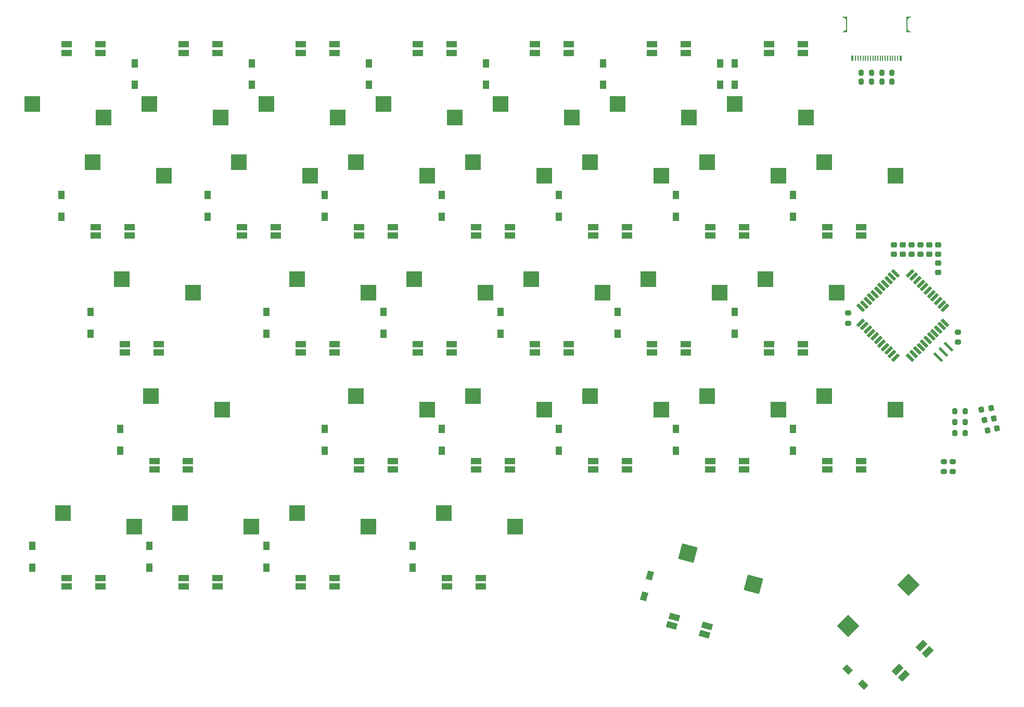
<source format=gbr>
G04 #@! TF.GenerationSoftware,KiCad,Pcbnew,(6.0.8)*
G04 #@! TF.CreationDate,2023-02-18T22:21:53+09:00*
G04 #@! TF.ProjectId,ma8ic_split_69_left,6d613869-635f-4737-906c-69745f36395f,0.1*
G04 #@! TF.SameCoordinates,Original*
G04 #@! TF.FileFunction,Paste,Bot*
G04 #@! TF.FilePolarity,Positive*
%FSLAX46Y46*%
G04 Gerber Fmt 4.6, Leading zero omitted, Abs format (unit mm)*
G04 Created by KiCad (PCBNEW (6.0.8)) date 2023-02-18 22:21:53*
%MOMM*%
%LPD*%
G01*
G04 APERTURE LIST*
G04 Aperture macros list*
%AMRoundRect*
0 Rectangle with rounded corners*
0 $1 Rounding radius*
0 $2 $3 $4 $5 $6 $7 $8 $9 X,Y pos of 4 corners*
0 Add a 4 corners polygon primitive as box body*
4,1,4,$2,$3,$4,$5,$6,$7,$8,$9,$2,$3,0*
0 Add four circle primitives for the rounded corners*
1,1,$1+$1,$2,$3*
1,1,$1+$1,$4,$5*
1,1,$1+$1,$6,$7*
1,1,$1+$1,$8,$9*
0 Add four rect primitives between the rounded corners*
20,1,$1+$1,$2,$3,$4,$5,0*
20,1,$1+$1,$4,$5,$6,$7,0*
20,1,$1+$1,$6,$7,$8,$9,0*
20,1,$1+$1,$8,$9,$2,$3,0*%
%AMRotRect*
0 Rectangle, with rotation*
0 The origin of the aperture is its center*
0 $1 length*
0 $2 width*
0 $3 Rotation angle, in degrees counterclockwise*
0 Add horizontal line*
21,1,$1,$2,0,0,$3*%
G04 Aperture macros list end*
%ADD10C,0.000100*%
%ADD11R,2.600000X2.600000*%
%ADD12RotRect,2.600000X2.600000X45.000000*%
%ADD13RotRect,2.600000X2.600000X345.000000*%
%ADD14R,1.000000X1.400000*%
%ADD15RoundRect,0.225000X0.250000X-0.225000X0.250000X0.225000X-0.250000X0.225000X-0.250000X-0.225000X0*%
%ADD16RoundRect,0.200000X0.200000X0.275000X-0.200000X0.275000X-0.200000X-0.275000X0.200000X-0.275000X0*%
%ADD17R,1.700000X1.000000*%
%ADD18RoundRect,0.218750X-0.170929X-0.290343X0.259924X-0.214371X0.170929X0.290343X-0.259924X0.214371X0*%
%ADD19R,0.230000X0.850000*%
%ADD20R,0.460000X0.850000*%
%ADD21RoundRect,0.200000X0.275000X-0.200000X0.275000X0.200000X-0.275000X0.200000X-0.275000X-0.200000X0*%
%ADD22RotRect,1.700000X1.000000X165.000000*%
%ADD23RoundRect,0.200000X-0.275000X0.200000X-0.275000X-0.200000X0.275000X-0.200000X0.275000X0.200000X0*%
%ADD24RotRect,1.400000X1.000000X135.000000*%
%ADD25RotRect,0.400000X1.900000X45.000000*%
%ADD26RoundRect,0.200000X-0.200000X-0.275000X0.200000X-0.275000X0.200000X0.275000X-0.200000X0.275000X0*%
%ADD27RoundRect,0.225000X-0.250000X0.225000X-0.250000X-0.225000X0.250000X-0.225000X0.250000X0.225000X0*%
%ADD28RotRect,1.500000X0.550000X225.000000*%
%ADD29RotRect,1.500000X0.550000X135.000000*%
%ADD30RotRect,1.700000X1.000000X225.000000*%
%ADD31RotRect,1.400000X1.000000X75.000000*%
G04 APERTURE END LIST*
G04 #@! TO.C,J1*
G36*
X194114000Y-31166732D02*
G01*
X194082000Y-31168732D01*
X194051000Y-31172732D01*
X194020000Y-31178732D01*
X193990000Y-31185732D01*
X193960000Y-31194732D01*
X193930000Y-31205732D01*
X193901000Y-31217732D01*
X193873000Y-31230732D01*
X193845000Y-31245732D01*
X193818000Y-31262732D01*
X193792000Y-31280732D01*
X193767000Y-31299732D01*
X193744000Y-31319732D01*
X193721000Y-31341732D01*
X193699000Y-31364732D01*
X193679000Y-31387732D01*
X193660000Y-31412732D01*
X193642000Y-31438732D01*
X193625000Y-31465732D01*
X193610000Y-31493732D01*
X193597000Y-31521732D01*
X193585000Y-31550732D01*
X193574000Y-31580732D01*
X193565000Y-31610732D01*
X193558000Y-31640732D01*
X193552000Y-31671732D01*
X193548000Y-31702732D01*
X193546000Y-31734732D01*
X193545000Y-31765732D01*
X193545000Y-32965732D01*
X193546000Y-32996732D01*
X193548000Y-33028732D01*
X193552000Y-33059732D01*
X193558000Y-33090732D01*
X193565000Y-33120732D01*
X193574000Y-33150732D01*
X193585000Y-33180732D01*
X193597000Y-33209732D01*
X193610000Y-33237732D01*
X193625000Y-33265732D01*
X193642000Y-33292732D01*
X193660000Y-33318732D01*
X193679000Y-33343732D01*
X193699000Y-33366732D01*
X193721000Y-33389732D01*
X193744000Y-33411732D01*
X193767000Y-33431732D01*
X193792000Y-33450732D01*
X193818000Y-33468732D01*
X193845000Y-33485732D01*
X193873000Y-33500732D01*
X193901000Y-33513732D01*
X193930000Y-33525732D01*
X193960000Y-33536732D01*
X193990000Y-33545732D01*
X194020000Y-33552732D01*
X194051000Y-33558732D01*
X194082000Y-33562732D01*
X194114000Y-33564732D01*
X194145000Y-33565732D01*
X193445000Y-33565732D01*
X193445000Y-31165732D01*
X194145000Y-31165732D01*
X194114000Y-31166732D01*
G37*
D10*
X194114000Y-31166732D02*
X194082000Y-31168732D01*
X194051000Y-31172732D01*
X194020000Y-31178732D01*
X193990000Y-31185732D01*
X193960000Y-31194732D01*
X193930000Y-31205732D01*
X193901000Y-31217732D01*
X193873000Y-31230732D01*
X193845000Y-31245732D01*
X193818000Y-31262732D01*
X193792000Y-31280732D01*
X193767000Y-31299732D01*
X193744000Y-31319732D01*
X193721000Y-31341732D01*
X193699000Y-31364732D01*
X193679000Y-31387732D01*
X193660000Y-31412732D01*
X193642000Y-31438732D01*
X193625000Y-31465732D01*
X193610000Y-31493732D01*
X193597000Y-31521732D01*
X193585000Y-31550732D01*
X193574000Y-31580732D01*
X193565000Y-31610732D01*
X193558000Y-31640732D01*
X193552000Y-31671732D01*
X193548000Y-31702732D01*
X193546000Y-31734732D01*
X193545000Y-31765732D01*
X193545000Y-32965732D01*
X193546000Y-32996732D01*
X193548000Y-33028732D01*
X193552000Y-33059732D01*
X193558000Y-33090732D01*
X193565000Y-33120732D01*
X193574000Y-33150732D01*
X193585000Y-33180732D01*
X193597000Y-33209732D01*
X193610000Y-33237732D01*
X193625000Y-33265732D01*
X193642000Y-33292732D01*
X193660000Y-33318732D01*
X193679000Y-33343732D01*
X193699000Y-33366732D01*
X193721000Y-33389732D01*
X193744000Y-33411732D01*
X193767000Y-33431732D01*
X193792000Y-33450732D01*
X193818000Y-33468732D01*
X193845000Y-33485732D01*
X193873000Y-33500732D01*
X193901000Y-33513732D01*
X193930000Y-33525732D01*
X193960000Y-33536732D01*
X193990000Y-33545732D01*
X194020000Y-33552732D01*
X194051000Y-33558732D01*
X194082000Y-33562732D01*
X194114000Y-33564732D01*
X194145000Y-33565732D01*
X193445000Y-33565732D01*
X193445000Y-31165732D01*
X194145000Y-31165732D01*
X194114000Y-31166732D01*
G36*
X183745000Y-33565732D02*
G01*
X183045000Y-33565732D01*
X183076000Y-33564732D01*
X183108000Y-33562732D01*
X183139000Y-33558732D01*
X183170000Y-33552732D01*
X183200000Y-33545732D01*
X183230000Y-33536732D01*
X183260000Y-33525732D01*
X183289000Y-33513732D01*
X183317000Y-33500732D01*
X183345000Y-33485732D01*
X183372000Y-33468732D01*
X183398000Y-33450732D01*
X183423000Y-33431732D01*
X183446000Y-33411732D01*
X183469000Y-33389732D01*
X183491000Y-33366732D01*
X183511000Y-33343732D01*
X183530000Y-33318732D01*
X183548000Y-33292732D01*
X183565000Y-33265732D01*
X183580000Y-33237732D01*
X183593000Y-33209732D01*
X183605000Y-33180732D01*
X183616000Y-33150732D01*
X183625000Y-33120732D01*
X183632000Y-33090732D01*
X183638000Y-33059732D01*
X183642000Y-33028732D01*
X183644000Y-32996732D01*
X183645000Y-32965732D01*
X183645000Y-31765732D01*
X183644000Y-31734732D01*
X183642000Y-31702732D01*
X183638000Y-31671732D01*
X183632000Y-31640732D01*
X183625000Y-31610732D01*
X183616000Y-31580732D01*
X183605000Y-31550732D01*
X183593000Y-31521732D01*
X183580000Y-31493732D01*
X183565000Y-31465732D01*
X183548000Y-31438732D01*
X183530000Y-31412732D01*
X183511000Y-31387732D01*
X183491000Y-31364732D01*
X183469000Y-31341732D01*
X183446000Y-31319732D01*
X183423000Y-31299732D01*
X183398000Y-31280732D01*
X183372000Y-31262732D01*
X183345000Y-31245732D01*
X183317000Y-31230732D01*
X183289000Y-31217732D01*
X183260000Y-31205732D01*
X183230000Y-31194732D01*
X183200000Y-31185732D01*
X183170000Y-31178732D01*
X183139000Y-31172732D01*
X183108000Y-31168732D01*
X183076000Y-31166732D01*
X183045000Y-31165732D01*
X183745000Y-31165732D01*
X183745000Y-33565732D01*
G37*
X183745000Y-33565732D02*
X183045000Y-33565732D01*
X183076000Y-33564732D01*
X183108000Y-33562732D01*
X183139000Y-33558732D01*
X183170000Y-33552732D01*
X183200000Y-33545732D01*
X183230000Y-33536732D01*
X183260000Y-33525732D01*
X183289000Y-33513732D01*
X183317000Y-33500732D01*
X183345000Y-33485732D01*
X183372000Y-33468732D01*
X183398000Y-33450732D01*
X183423000Y-33431732D01*
X183446000Y-33411732D01*
X183469000Y-33389732D01*
X183491000Y-33366732D01*
X183511000Y-33343732D01*
X183530000Y-33318732D01*
X183548000Y-33292732D01*
X183565000Y-33265732D01*
X183580000Y-33237732D01*
X183593000Y-33209732D01*
X183605000Y-33180732D01*
X183616000Y-33150732D01*
X183625000Y-33120732D01*
X183632000Y-33090732D01*
X183638000Y-33059732D01*
X183642000Y-33028732D01*
X183644000Y-32996732D01*
X183645000Y-32965732D01*
X183645000Y-31765732D01*
X183644000Y-31734732D01*
X183642000Y-31702732D01*
X183638000Y-31671732D01*
X183632000Y-31640732D01*
X183625000Y-31610732D01*
X183616000Y-31580732D01*
X183605000Y-31550732D01*
X183593000Y-31521732D01*
X183580000Y-31493732D01*
X183565000Y-31465732D01*
X183548000Y-31438732D01*
X183530000Y-31412732D01*
X183511000Y-31387732D01*
X183491000Y-31364732D01*
X183469000Y-31341732D01*
X183446000Y-31319732D01*
X183423000Y-31299732D01*
X183398000Y-31280732D01*
X183372000Y-31262732D01*
X183345000Y-31245732D01*
X183317000Y-31230732D01*
X183289000Y-31217732D01*
X183260000Y-31205732D01*
X183230000Y-31194732D01*
X183200000Y-31185732D01*
X183170000Y-31178732D01*
X183139000Y-31172732D01*
X183108000Y-31168732D01*
X183076000Y-31166732D01*
X183045000Y-31165732D01*
X183745000Y-31165732D01*
X183745000Y-33565732D01*
G04 #@! TD*
D11*
G04 #@! TO.C,SW6*
X127431300Y-45371910D03*
X139031300Y-47571910D03*
G04 #@! TD*
D12*
G04 #@! TO.C,SW33*
X193752741Y-123674129D03*
X183994668Y-130320932D03*
G04 #@! TD*
D11*
G04 #@! TO.C,SW26*
X172606300Y-95121910D03*
X161006300Y-92921910D03*
G04 #@! TD*
G04 #@! TO.C,SW21*
X182131300Y-76071910D03*
X170531300Y-73871910D03*
G04 #@! TD*
G04 #@! TO.C,SW20*
X163081300Y-76071910D03*
X151481300Y-73871910D03*
G04 #@! TD*
G04 #@! TO.C,SW28*
X67831300Y-114171910D03*
X56231300Y-111971910D03*
G04 #@! TD*
G04 #@! TO.C,SW4*
X89331300Y-45371910D03*
X100931300Y-47571910D03*
G04 #@! TD*
G04 #@! TO.C,SW25*
X153556300Y-95121910D03*
X141956300Y-92921910D03*
G04 #@! TD*
G04 #@! TO.C,SW11*
X115456300Y-57021910D03*
X103856300Y-54821910D03*
G04 #@! TD*
G04 #@! TO.C,SW12*
X134506300Y-57021910D03*
X122906300Y-54821910D03*
G04 #@! TD*
G04 #@! TO.C,SW29*
X86881300Y-114171910D03*
X75281300Y-111971910D03*
G04 #@! TD*
G04 #@! TO.C,SW30*
X105931300Y-114171910D03*
X94331300Y-111971910D03*
G04 #@! TD*
G04 #@! TO.C,SW2*
X51231300Y-45371910D03*
X62831300Y-47571910D03*
G04 #@! TD*
G04 #@! TO.C,SW27*
X191656300Y-95121910D03*
X180056300Y-92921910D03*
G04 #@! TD*
G04 #@! TO.C,SW9*
X72593800Y-57021910D03*
X60993800Y-54821910D03*
G04 #@! TD*
G04 #@! TO.C,SW17*
X105931300Y-76071910D03*
X94331300Y-73871910D03*
G04 #@! TD*
G04 #@! TO.C,SW19*
X144031300Y-76071910D03*
X132431300Y-73871910D03*
G04 #@! TD*
G04 #@! TO.C,SW8*
X165531300Y-45371910D03*
X177131300Y-47571910D03*
G04 #@! TD*
G04 #@! TO.C,SW15*
X191656300Y-57021910D03*
X180056300Y-54821910D03*
G04 #@! TD*
G04 #@! TO.C,SW10*
X96406300Y-57021910D03*
X84806300Y-54821910D03*
G04 #@! TD*
G04 #@! TO.C,SW16*
X77356300Y-76071910D03*
X65756300Y-73871910D03*
G04 #@! TD*
G04 #@! TO.C,SW13*
X153556300Y-57021910D03*
X141956300Y-54821910D03*
G04 #@! TD*
G04 #@! TO.C,SW24*
X134506300Y-95121910D03*
X122906300Y-92921910D03*
G04 #@! TD*
G04 #@! TO.C,SW7*
X146481300Y-45371910D03*
X158081300Y-47571910D03*
G04 #@! TD*
G04 #@! TO.C,SW3*
X70281300Y-45371910D03*
X81881300Y-47571910D03*
G04 #@! TD*
G04 #@! TO.C,SW22*
X82118812Y-95121910D03*
X70518812Y-92921910D03*
G04 #@! TD*
D13*
G04 #@! TO.C,SW32*
X168518615Y-123589933D03*
X157883277Y-118462595D03*
G04 #@! TD*
D11*
G04 #@! TO.C,SW18*
X124981300Y-76071910D03*
X113381300Y-73871910D03*
G04 #@! TD*
G04 #@! TO.C,SW5*
X108381300Y-45371910D03*
X119981300Y-47571910D03*
G04 #@! TD*
G04 #@! TO.C,SW14*
X172606300Y-57021910D03*
X161006300Y-54821910D03*
G04 #@! TD*
G04 #@! TO.C,SW31*
X129743800Y-114171910D03*
X118143800Y-111971910D03*
G04 #@! TD*
G04 #@! TO.C,SW23*
X115456300Y-95121910D03*
X103856300Y-92921910D03*
G04 #@! TD*
D14*
G04 #@! TO.C,D33*
X113109570Y-120837680D03*
X113109570Y-117287680D03*
G04 #@! TD*
D15*
G04 #@! TO.C,C6*
X197167500Y-69831250D03*
X197167500Y-68281250D03*
G04 #@! TD*
D14*
G04 #@! TO.C,D8*
X144065846Y-42256364D03*
X144065846Y-38706364D03*
G04 #@! TD*
D16*
G04 #@! TO.C,R2*
X187753125Y-40243125D03*
X186103125Y-40243125D03*
G04 #@! TD*
D15*
G04 #@! TO.C,C7*
X198596250Y-69831250D03*
X198596250Y-68281250D03*
G04 #@! TD*
D17*
G04 #@! TO.C,D43*
X104406440Y-103479855D03*
X104406440Y-104879855D03*
X109906440Y-104879855D03*
X109906440Y-103479855D03*
G04 #@! TD*
D18*
G04 #@! TO.C,D3*
X206631339Y-98482373D03*
X208182411Y-98208877D03*
G04 #@! TD*
D17*
G04 #@! TO.C,D55*
X85356424Y-65379823D03*
X85356424Y-66779823D03*
X90856424Y-66779823D03*
X90856424Y-65379823D03*
G04 #@! TD*
D19*
G04 #@! TO.C,J1*
X186395000Y-37890732D03*
X186795000Y-37890732D03*
X187195000Y-37890732D03*
X187595000Y-37890732D03*
X187995000Y-37890732D03*
X188395000Y-37890732D03*
X188795000Y-37890732D03*
X189195000Y-37890732D03*
X189595000Y-37890732D03*
X189995000Y-37890732D03*
X190395000Y-37890732D03*
X190795000Y-37890732D03*
X191995000Y-37890732D03*
X191595000Y-37890732D03*
X191195000Y-37890732D03*
X185995000Y-37890732D03*
X185595000Y-37890732D03*
X185195000Y-37890732D03*
D20*
X184680000Y-37890732D03*
X192510000Y-37890732D03*
G04 #@! TD*
D17*
G04 #@! TO.C,D66*
X75831416Y-35614173D03*
X75831416Y-37014173D03*
X81331416Y-37014173D03*
X81331416Y-35614173D03*
G04 #@! TD*
D14*
G04 #@! TO.C,D10*
X165497114Y-42256364D03*
X165497114Y-38706364D03*
G04 #@! TD*
D21*
G04 #@! TO.C,R6*
X201811207Y-84168900D03*
X201811207Y-82518900D03*
G04 #@! TD*
D14*
G04 #@! TO.C,D17*
X175022122Y-63687632D03*
X175022122Y-60137632D03*
G04 #@! TD*
D17*
G04 #@! TO.C,D54*
X61543904Y-65379823D03*
X61543904Y-66779823D03*
X67043904Y-66779823D03*
X67043904Y-65379823D03*
G04 #@! TD*
D16*
G04 #@! TO.C,R8*
X202993125Y-97155000D03*
X201343125Y-97155000D03*
G04 #@! TD*
D22*
G04 #@! TO.C,D37*
X155671677Y-128930010D03*
X155309331Y-130282306D03*
X160621923Y-131705810D03*
X160984269Y-130353514D03*
G04 #@! TD*
D14*
G04 #@! TO.C,D24*
X65484530Y-101787664D03*
X65484530Y-98237664D03*
G04 #@! TD*
D23*
G04 #@! TO.C,R10*
X200977500Y-103584375D03*
X200977500Y-105234375D03*
G04 #@! TD*
D14*
G04 #@! TO.C,D14*
X117872074Y-63687632D03*
X117872074Y-60137632D03*
G04 #@! TD*
G04 #@! TO.C,D29*
X175022122Y-101787664D03*
X175022122Y-98237664D03*
G04 #@! TD*
G04 #@! TO.C,D20*
X108347066Y-82737648D03*
X108347066Y-79187648D03*
G04 #@! TD*
G04 #@! TO.C,D4*
X67865782Y-42256364D03*
X67865782Y-38706364D03*
G04 #@! TD*
G04 #@! TO.C,D28*
X155972106Y-101787664D03*
X155972106Y-98237664D03*
G04 #@! TD*
D17*
G04 #@! TO.C,D63*
X132981464Y-35614173D03*
X132981464Y-37014173D03*
X138481464Y-37014173D03*
X138481464Y-35614173D03*
G04 #@! TD*
D14*
G04 #@! TO.C,D26*
X117872074Y-101787664D03*
X117872074Y-98237664D03*
G04 #@! TD*
D24*
G04 #@! TO.C,D35*
X186397558Y-139963124D03*
X183887328Y-137452894D03*
G04 #@! TD*
D23*
G04 #@! TO.C,R11*
X199548750Y-103584375D03*
X199548750Y-105234375D03*
G04 #@! TD*
D17*
G04 #@! TO.C,D62*
X152031480Y-35614173D03*
X152031480Y-37014173D03*
X157531480Y-37014173D03*
X157531480Y-35614173D03*
G04 #@! TD*
G04 #@! TO.C,D41*
X56781400Y-122529871D03*
X56781400Y-123929871D03*
X62281400Y-123929871D03*
X62281400Y-122529871D03*
G04 #@! TD*
G04 #@! TO.C,D50*
X132981464Y-84429839D03*
X132981464Y-85829839D03*
X138481464Y-85829839D03*
X138481464Y-84429839D03*
G04 #@! TD*
G04 #@! TO.C,D67*
X56781400Y-35614173D03*
X56781400Y-37014173D03*
X62281400Y-37014173D03*
X62281400Y-35614173D03*
G04 #@! TD*
D14*
G04 #@! TO.C,D27*
X136922090Y-101787664D03*
X136922090Y-98237664D03*
G04 #@! TD*
G04 #@! TO.C,D15*
X136922090Y-63687632D03*
X136922090Y-60137632D03*
G04 #@! TD*
D25*
G04 #@! TO.C,X1*
X198581427Y-86573680D03*
X199429955Y-85725152D03*
X200278483Y-84876624D03*
G04 #@! TD*
D17*
G04 #@! TO.C,D59*
X161556488Y-65379823D03*
X161556488Y-66779823D03*
X167056488Y-66779823D03*
X167056488Y-65379823D03*
G04 #@! TD*
D21*
G04 #@! TO.C,R7*
X183951817Y-81073125D03*
X183951817Y-79423125D03*
G04 #@! TD*
D26*
G04 #@! TO.C,R4*
X189436875Y-40243125D03*
X191086875Y-40243125D03*
G04 #@! TD*
D27*
G04 #@! TO.C,C2*
X198596250Y-71257953D03*
X198596250Y-72807953D03*
G04 #@! TD*
D17*
G04 #@! TO.C,D39*
X94881432Y-122529871D03*
X94881432Y-123929871D03*
X100381432Y-123929871D03*
X100381432Y-122529871D03*
G04 #@! TD*
D14*
G04 #@! TO.C,D21*
X127397082Y-82737648D03*
X127397082Y-79187648D03*
G04 #@! TD*
D28*
G04 #@! TO.C,U1*
X194083594Y-72913086D03*
X194649279Y-73478772D03*
X195214964Y-74044457D03*
X195780650Y-74610142D03*
X196346335Y-75175828D03*
X196912021Y-75741513D03*
X197477706Y-76307199D03*
X198043392Y-76872884D03*
X198609077Y-77438570D03*
X199174762Y-78004255D03*
X199740448Y-78569940D03*
D29*
X199740448Y-80974104D03*
X199174762Y-81539789D03*
X198609077Y-82105474D03*
X198043392Y-82671160D03*
X197477706Y-83236845D03*
X196912021Y-83802531D03*
X196346335Y-84368216D03*
X195780650Y-84933902D03*
X195214964Y-85499587D03*
X194649279Y-86065272D03*
X194083594Y-86630958D03*
D28*
X191679430Y-86630958D03*
X191113745Y-86065272D03*
X190548060Y-85499587D03*
X189982374Y-84933902D03*
X189416689Y-84368216D03*
X188851003Y-83802531D03*
X188285318Y-83236845D03*
X187719632Y-82671160D03*
X187153947Y-82105474D03*
X186588262Y-81539789D03*
X186022576Y-80974104D03*
D29*
X186022576Y-78569940D03*
X186588262Y-78004255D03*
X187153947Y-77438570D03*
X187719632Y-76872884D03*
X188285318Y-76307199D03*
X188851003Y-75741513D03*
X189416689Y-75175828D03*
X189982374Y-74610142D03*
X190548060Y-74044457D03*
X191113745Y-73478772D03*
X191679430Y-72913086D03*
G04 #@! TD*
D14*
G04 #@! TO.C,D7*
X125015830Y-42256364D03*
X125015830Y-38706364D03*
G04 #@! TD*
G04 #@! TO.C,D31*
X70247034Y-120837680D03*
X70247034Y-117287680D03*
G04 #@! TD*
G04 #@! TO.C,D22*
X146447098Y-82737648D03*
X146447098Y-79187648D03*
G04 #@! TD*
G04 #@! TO.C,D19*
X89297050Y-82737648D03*
X89297050Y-79187648D03*
G04 #@! TD*
D17*
G04 #@! TO.C,D56*
X104406440Y-65379823D03*
X104406440Y-66779823D03*
X109906440Y-66779823D03*
X109906440Y-65379823D03*
G04 #@! TD*
G04 #@! TO.C,D58*
X142506472Y-65379823D03*
X142506472Y-66779823D03*
X148006472Y-66779823D03*
X148006472Y-65379823D03*
G04 #@! TD*
D14*
G04 #@! TO.C,D18*
X60722026Y-82737648D03*
X60722026Y-79187648D03*
G04 #@! TD*
D17*
G04 #@! TO.C,D47*
X180606504Y-103479855D03*
X180606504Y-104879855D03*
X186106504Y-104879855D03*
X186106504Y-103479855D03*
G04 #@! TD*
D14*
G04 #@! TO.C,D23*
X165497114Y-82737648D03*
X165497114Y-79187648D03*
G04 #@! TD*
D26*
G04 #@! TO.C,R3*
X189436875Y-41671875D03*
X191086875Y-41671875D03*
G04 #@! TD*
D14*
G04 #@! TO.C,D16*
X155972106Y-63687632D03*
X155972106Y-60137632D03*
G04 #@! TD*
G04 #@! TO.C,D25*
X98822058Y-101787664D03*
X98822058Y-98237664D03*
G04 #@! TD*
D17*
G04 #@! TO.C,D40*
X75831416Y-122529871D03*
X75831416Y-123929871D03*
X81331416Y-123929871D03*
X81331416Y-122529871D03*
G04 #@! TD*
D16*
G04 #@! TO.C,R5*
X202993125Y-95369061D03*
X201343125Y-95369061D03*
G04 #@! TD*
D17*
G04 #@! TO.C,D65*
X94881432Y-35614173D03*
X94881432Y-37014173D03*
X100381432Y-37014173D03*
X100381432Y-35614173D03*
G04 #@! TD*
D14*
G04 #@! TO.C,D32*
X89297050Y-120837680D03*
X89297050Y-117287680D03*
G04 #@! TD*
D30*
G04 #@! TO.C,D36*
X192029282Y-137482479D03*
X193019231Y-138472428D03*
X196908318Y-134583341D03*
X195918369Y-133593392D03*
G04 #@! TD*
D14*
G04 #@! TO.C,D12*
X79772042Y-63687632D03*
X79772042Y-60137632D03*
G04 #@! TD*
G04 #@! TO.C,D5*
X86915798Y-42256364D03*
X86915798Y-38706364D03*
G04 #@! TD*
D31*
G04 #@! TO.C,D34*
X150750198Y-125539702D03*
X151669006Y-122110666D03*
G04 #@! TD*
D15*
G04 #@! TO.C,C4*
X194310000Y-69831250D03*
X194310000Y-68281250D03*
G04 #@! TD*
D17*
G04 #@! TO.C,D46*
X161556488Y-103479855D03*
X161556488Y-104879855D03*
X167056488Y-104879855D03*
X167056488Y-103479855D03*
G04 #@! TD*
G04 #@! TO.C,D38*
X118693800Y-122529871D03*
X118693800Y-123929871D03*
X124193800Y-123929871D03*
X124193800Y-122529871D03*
G04 #@! TD*
G04 #@! TO.C,D45*
X142506472Y-103479855D03*
X142506472Y-104879855D03*
X148006472Y-104879855D03*
X148006472Y-103479855D03*
G04 #@! TD*
G04 #@! TO.C,D42*
X71068912Y-103479855D03*
X71068912Y-104879855D03*
X76568912Y-104879855D03*
X76568912Y-103479855D03*
G04 #@! TD*
D16*
G04 #@! TO.C,R1*
X187753125Y-41671875D03*
X186103125Y-41671875D03*
G04 #@! TD*
D17*
G04 #@! TO.C,D52*
X94881432Y-84429839D03*
X94881432Y-85829839D03*
X100381432Y-85829839D03*
X100381432Y-84429839D03*
G04 #@! TD*
D15*
G04 #@! TO.C,C1*
X191452500Y-69831250D03*
X191452500Y-68281250D03*
G04 #@! TD*
D17*
G04 #@! TO.C,D57*
X123456456Y-65379823D03*
X123456456Y-66779823D03*
X128956456Y-66779823D03*
X128956456Y-65379823D03*
G04 #@! TD*
G04 #@! TO.C,D48*
X171081496Y-84429839D03*
X171081496Y-85829839D03*
X176581496Y-85829839D03*
X176581496Y-84429839D03*
G04 #@! TD*
G04 #@! TO.C,D53*
X66306408Y-84429839D03*
X66306408Y-85829839D03*
X71806408Y-85829839D03*
X71806408Y-84429839D03*
G04 #@! TD*
D14*
G04 #@! TO.C,D13*
X98822058Y-63687632D03*
X98822058Y-60137632D03*
G04 #@! TD*
G04 #@! TO.C,D30*
X51197018Y-120837680D03*
X51197018Y-117287680D03*
G04 #@! TD*
D17*
G04 #@! TO.C,D61*
X171081496Y-35614173D03*
X171081496Y-37014173D03*
X176581496Y-37014173D03*
X176581496Y-35614173D03*
G04 #@! TD*
D18*
G04 #@! TO.C,D1*
X205678839Y-95148623D03*
X207229911Y-94875127D03*
G04 #@! TD*
D15*
G04 #@! TO.C,C3*
X192881250Y-69831250D03*
X192881250Y-68281250D03*
G04 #@! TD*
D17*
G04 #@! TO.C,D44*
X123456456Y-103479855D03*
X123456456Y-104879855D03*
X128956456Y-104879855D03*
X128956456Y-103479855D03*
G04 #@! TD*
D14*
G04 #@! TO.C,D11*
X55959522Y-63687632D03*
X55959522Y-60137632D03*
G04 #@! TD*
D15*
G04 #@! TO.C,C5*
X195738750Y-69831250D03*
X195738750Y-68281250D03*
G04 #@! TD*
D17*
G04 #@! TO.C,D51*
X113931448Y-84429839D03*
X113931448Y-85829839D03*
X119431448Y-85829839D03*
X119431448Y-84429839D03*
G04 #@! TD*
G04 #@! TO.C,D64*
X113931448Y-35614173D03*
X113931448Y-37014173D03*
X119431448Y-37014173D03*
X119431448Y-35614173D03*
G04 #@! TD*
D18*
G04 #@! TO.C,D2*
X206155089Y-96815498D03*
X207706161Y-96542002D03*
G04 #@! TD*
D26*
G04 #@! TO.C,R9*
X201343125Y-98940939D03*
X202993125Y-98940939D03*
G04 #@! TD*
D14*
G04 #@! TO.C,D6*
X105965814Y-42256364D03*
X105965814Y-38706364D03*
G04 #@! TD*
G04 #@! TO.C,D9*
X163115862Y-42256364D03*
X163115862Y-38706364D03*
G04 #@! TD*
D17*
G04 #@! TO.C,D49*
X152031480Y-84429839D03*
X152031480Y-85829839D03*
X157531480Y-85829839D03*
X157531480Y-84429839D03*
G04 #@! TD*
G04 #@! TO.C,D60*
X180606504Y-65379823D03*
X180606504Y-66779823D03*
X186106504Y-66779823D03*
X186106504Y-65379823D03*
G04 #@! TD*
M02*

</source>
